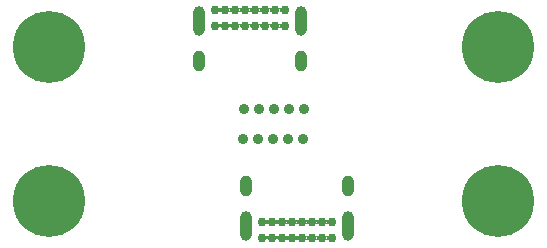
<source format=gts>
G04 #@! TF.GenerationSoftware,KiCad,Pcbnew,(5.1.10)-1*
G04 #@! TF.CreationDate,2021-08-18T17:13:35+08:00*
G04 #@! TF.ProjectId,dboard,64626f61-7264-42e6-9b69-6361645f7063,rev?*
G04 #@! TF.SameCoordinates,Original*
G04 #@! TF.FileFunction,Soldermask,Top*
G04 #@! TF.FilePolarity,Negative*
%FSLAX46Y46*%
G04 Gerber Fmt 4.6, Leading zero omitted, Abs format (unit mm)*
G04 Created by KiCad (PCBNEW (5.1.10)-1) date 2021-08-18 17:13:35*
%MOMM*%
%LPD*%
G01*
G04 APERTURE LIST*
%ADD10C,0.889400*%
%ADD11O,1.002000X1.802000*%
%ADD12O,1.002000X2.502000*%
%ADD13C,0.752000*%
%ADD14C,0.902000*%
%ADD15C,6.102000*%
%ADD16C,0.100000*%
G04 APERTURE END LIST*
D10*
X-4508750Y2254000D03*
X-3238750Y2254000D03*
X571250Y2254000D03*
X-698750Y2254000D03*
X-1968750Y2254000D03*
D11*
X-8293750Y6280000D03*
X356250Y6280000D03*
D12*
X-8293750Y9660000D03*
X356250Y9660000D03*
D13*
X-6948750Y9315000D03*
X-6098750Y9315000D03*
X-5248750Y9315000D03*
X-4398750Y9315000D03*
X-3548750Y9315000D03*
X-2698750Y9315000D03*
X-1848750Y9315000D03*
X-993750Y9315000D03*
X-6943750Y10640000D03*
X-6093750Y10640000D03*
X-5243750Y10640000D03*
X-4393750Y10640000D03*
X-3543750Y10640000D03*
X-1843750Y10640000D03*
X-993750Y10640000D03*
X-2693750Y10640000D03*
D14*
X15404904Y5873654D03*
X17031250Y5200000D03*
X18657596Y5873654D03*
X19331250Y7500000D03*
X18657596Y9126346D03*
X17031250Y9800000D03*
X15404904Y9126346D03*
X14731250Y7500000D03*
D15*
X17031250Y7500000D03*
D14*
X-22595096Y5873654D03*
X-20968750Y5200000D03*
X-19342404Y5873654D03*
X-18668750Y7500000D03*
X-19342404Y9126346D03*
X-20968750Y9800000D03*
X-22595096Y9126346D03*
X-23268750Y7500000D03*
D15*
X-20968750Y7500000D03*
D10*
X-2000000Y-254000D03*
X-3270000Y-254000D03*
X-4540000Y-254000D03*
X-730000Y-254000D03*
X540000Y-254000D03*
D13*
X-1275000Y-8640000D03*
X-2975000Y-8640000D03*
X-2125000Y-8640000D03*
X-425000Y-8640000D03*
X425000Y-8640000D03*
X1275000Y-8640000D03*
X2125000Y-8640000D03*
X2975000Y-8640000D03*
X-2975000Y-7315000D03*
X-2120000Y-7315000D03*
X-1270000Y-7315000D03*
X-420000Y-7315000D03*
X430000Y-7315000D03*
X1280000Y-7315000D03*
X2130000Y-7315000D03*
X2980000Y-7315000D03*
D12*
X-4325000Y-7660000D03*
X4325000Y-7660000D03*
D11*
X-4325000Y-4280000D03*
X4325000Y-4280000D03*
D15*
X17000000Y-5500000D03*
D14*
X19300000Y-5500000D03*
X18626346Y-7126346D03*
X17000000Y-7800000D03*
X15373654Y-7126346D03*
X14700000Y-5500000D03*
X15373654Y-3873654D03*
X17000000Y-3200000D03*
X18626346Y-3873654D03*
D15*
X-21000000Y-5500000D03*
D14*
X-18700000Y-5500000D03*
X-19373654Y-7126346D03*
X-21000000Y-7800000D03*
X-22626346Y-7126346D03*
X-23300000Y-5500000D03*
X-22626346Y-3873654D03*
X-21000000Y-3200000D03*
X-19373654Y-3873654D03*
D16*
G36*
X751510Y-8451551D02*
G01*
X763034Y-8465593D01*
X781671Y-8480888D01*
X802934Y-8492253D01*
X826009Y-8499253D01*
X850000Y-8501616D01*
X873992Y-8499253D01*
X897066Y-8492253D01*
X918330Y-8480888D01*
X936967Y-8465592D01*
X948490Y-8451551D01*
X950362Y-8450847D01*
X951908Y-8452116D01*
X951699Y-8453931D01*
X945171Y-8463702D01*
X917114Y-8531435D01*
X902811Y-8603345D01*
X902811Y-8676655D01*
X917114Y-8748565D01*
X945171Y-8816298D01*
X951699Y-8826069D01*
X951830Y-8828065D01*
X950167Y-8829176D01*
X948490Y-8828449D01*
X936966Y-8814407D01*
X918329Y-8799112D01*
X897066Y-8787747D01*
X873991Y-8780747D01*
X850000Y-8778384D01*
X826008Y-8780747D01*
X802934Y-8787747D01*
X781670Y-8799112D01*
X763033Y-8814408D01*
X751510Y-8828449D01*
X749638Y-8829153D01*
X748092Y-8827884D01*
X748301Y-8826069D01*
X754829Y-8816298D01*
X782886Y-8748565D01*
X797189Y-8676655D01*
X797189Y-8603345D01*
X782886Y-8531435D01*
X754829Y-8463702D01*
X748301Y-8453931D01*
X748170Y-8451935D01*
X749833Y-8450824D01*
X751510Y-8451551D01*
G37*
G36*
X-98490Y-8451551D02*
G01*
X-86966Y-8465593D01*
X-68329Y-8480888D01*
X-47066Y-8492253D01*
X-23991Y-8499253D01*
X0Y-8501616D01*
X23992Y-8499253D01*
X47066Y-8492253D01*
X68330Y-8480888D01*
X86967Y-8465592D01*
X98490Y-8451551D01*
X100362Y-8450847D01*
X101908Y-8452116D01*
X101699Y-8453931D01*
X95171Y-8463702D01*
X67114Y-8531435D01*
X52811Y-8603345D01*
X52811Y-8676655D01*
X67114Y-8748565D01*
X95171Y-8816298D01*
X101699Y-8826069D01*
X101830Y-8828065D01*
X100167Y-8829176D01*
X98490Y-8828449D01*
X86966Y-8814407D01*
X68329Y-8799112D01*
X47066Y-8787747D01*
X23991Y-8780747D01*
X0Y-8778384D01*
X-23992Y-8780747D01*
X-47066Y-8787747D01*
X-68330Y-8799112D01*
X-86967Y-8814408D01*
X-98490Y-8828449D01*
X-100362Y-8829153D01*
X-101908Y-8827884D01*
X-101699Y-8826069D01*
X-95171Y-8816298D01*
X-67114Y-8748565D01*
X-52811Y-8676655D01*
X-52811Y-8603345D01*
X-67114Y-8531435D01*
X-95171Y-8463702D01*
X-101699Y-8453931D01*
X-101830Y-8451935D01*
X-100167Y-8450824D01*
X-98490Y-8451551D01*
G37*
G36*
X-1798490Y-8451551D02*
G01*
X-1786966Y-8465593D01*
X-1768329Y-8480888D01*
X-1747066Y-8492253D01*
X-1723991Y-8499253D01*
X-1700000Y-8501616D01*
X-1676008Y-8499253D01*
X-1652934Y-8492253D01*
X-1631670Y-8480888D01*
X-1613033Y-8465592D01*
X-1601510Y-8451551D01*
X-1599638Y-8450847D01*
X-1598092Y-8452116D01*
X-1598301Y-8453931D01*
X-1604829Y-8463702D01*
X-1632886Y-8531435D01*
X-1647189Y-8603345D01*
X-1647189Y-8676655D01*
X-1632886Y-8748565D01*
X-1604829Y-8816298D01*
X-1598301Y-8826069D01*
X-1598170Y-8828065D01*
X-1599833Y-8829176D01*
X-1601510Y-8828449D01*
X-1613034Y-8814407D01*
X-1631671Y-8799112D01*
X-1652934Y-8787747D01*
X-1676009Y-8780747D01*
X-1700000Y-8778384D01*
X-1723992Y-8780747D01*
X-1747066Y-8787747D01*
X-1768330Y-8799112D01*
X-1786967Y-8814408D01*
X-1798490Y-8828449D01*
X-1800362Y-8829153D01*
X-1801908Y-8827884D01*
X-1801699Y-8826069D01*
X-1795171Y-8816298D01*
X-1767114Y-8748565D01*
X-1752811Y-8676655D01*
X-1752811Y-8603345D01*
X-1767114Y-8531435D01*
X-1795171Y-8463702D01*
X-1801699Y-8453931D01*
X-1801830Y-8451935D01*
X-1800167Y-8450824D01*
X-1798490Y-8451551D01*
G37*
G36*
X1601510Y-8451551D02*
G01*
X1613034Y-8465593D01*
X1631671Y-8480888D01*
X1652934Y-8492253D01*
X1676009Y-8499253D01*
X1700000Y-8501616D01*
X1723992Y-8499253D01*
X1747066Y-8492253D01*
X1768330Y-8480888D01*
X1786967Y-8465592D01*
X1798490Y-8451551D01*
X1800362Y-8450847D01*
X1801908Y-8452116D01*
X1801699Y-8453931D01*
X1795171Y-8463702D01*
X1767114Y-8531435D01*
X1752811Y-8603345D01*
X1752811Y-8676655D01*
X1767114Y-8748565D01*
X1795171Y-8816298D01*
X1801699Y-8826069D01*
X1801830Y-8828065D01*
X1800167Y-8829176D01*
X1798490Y-8828449D01*
X1786966Y-8814407D01*
X1768329Y-8799112D01*
X1747066Y-8787747D01*
X1723991Y-8780747D01*
X1700000Y-8778384D01*
X1676008Y-8780747D01*
X1652934Y-8787747D01*
X1631670Y-8799112D01*
X1613033Y-8814408D01*
X1601510Y-8828449D01*
X1599638Y-8829153D01*
X1598092Y-8827884D01*
X1598301Y-8826069D01*
X1604829Y-8816298D01*
X1632886Y-8748565D01*
X1647189Y-8676655D01*
X1647189Y-8603345D01*
X1632886Y-8531435D01*
X1604829Y-8463702D01*
X1598301Y-8453931D01*
X1598170Y-8451935D01*
X1599833Y-8450824D01*
X1601510Y-8451551D01*
G37*
G36*
X-948490Y-8451551D02*
G01*
X-936966Y-8465593D01*
X-918329Y-8480888D01*
X-897066Y-8492253D01*
X-873991Y-8499253D01*
X-850000Y-8501616D01*
X-826008Y-8499253D01*
X-802934Y-8492253D01*
X-781670Y-8480888D01*
X-763033Y-8465592D01*
X-751510Y-8451551D01*
X-749638Y-8450847D01*
X-748092Y-8452116D01*
X-748301Y-8453931D01*
X-754829Y-8463702D01*
X-782886Y-8531435D01*
X-797189Y-8603345D01*
X-797189Y-8676655D01*
X-782886Y-8748565D01*
X-754829Y-8816298D01*
X-748301Y-8826069D01*
X-748170Y-8828065D01*
X-749833Y-8829176D01*
X-751510Y-8828449D01*
X-763034Y-8814407D01*
X-781671Y-8799112D01*
X-802934Y-8787747D01*
X-826009Y-8780747D01*
X-850000Y-8778384D01*
X-873992Y-8780747D01*
X-897066Y-8787747D01*
X-918330Y-8799112D01*
X-936967Y-8814408D01*
X-948490Y-8828449D01*
X-950362Y-8829153D01*
X-951908Y-8827884D01*
X-951699Y-8826069D01*
X-945171Y-8816298D01*
X-917114Y-8748565D01*
X-902811Y-8676655D01*
X-902811Y-8603345D01*
X-917114Y-8531435D01*
X-945171Y-8463702D01*
X-951699Y-8453931D01*
X-951830Y-8451935D01*
X-950167Y-8450824D01*
X-948490Y-8451551D01*
G37*
G36*
X-2648490Y-8451551D02*
G01*
X-2636966Y-8465593D01*
X-2618329Y-8480888D01*
X-2597066Y-8492253D01*
X-2573991Y-8499253D01*
X-2550000Y-8501616D01*
X-2526008Y-8499253D01*
X-2502934Y-8492253D01*
X-2481670Y-8480888D01*
X-2463033Y-8465592D01*
X-2451510Y-8451551D01*
X-2449638Y-8450847D01*
X-2448092Y-8452116D01*
X-2448301Y-8453931D01*
X-2454829Y-8463702D01*
X-2482886Y-8531435D01*
X-2497189Y-8603345D01*
X-2497189Y-8676655D01*
X-2482886Y-8748565D01*
X-2454829Y-8816298D01*
X-2448301Y-8826069D01*
X-2448170Y-8828065D01*
X-2449833Y-8829176D01*
X-2451510Y-8828449D01*
X-2463034Y-8814407D01*
X-2481671Y-8799112D01*
X-2502934Y-8787747D01*
X-2526009Y-8780747D01*
X-2550000Y-8778384D01*
X-2573992Y-8780747D01*
X-2597066Y-8787747D01*
X-2618330Y-8799112D01*
X-2636967Y-8814408D01*
X-2648490Y-8828449D01*
X-2650362Y-8829153D01*
X-2651908Y-8827884D01*
X-2651699Y-8826069D01*
X-2645171Y-8816298D01*
X-2617114Y-8748565D01*
X-2602811Y-8676655D01*
X-2602811Y-8603345D01*
X-2617114Y-8531435D01*
X-2645171Y-8463702D01*
X-2651699Y-8453931D01*
X-2651830Y-8451935D01*
X-2650167Y-8450824D01*
X-2648490Y-8451551D01*
G37*
G36*
X2451510Y-8451551D02*
G01*
X2463034Y-8465593D01*
X2481671Y-8480888D01*
X2502934Y-8492253D01*
X2526009Y-8499253D01*
X2550000Y-8501616D01*
X2573992Y-8499253D01*
X2597066Y-8492253D01*
X2618330Y-8480888D01*
X2636967Y-8465592D01*
X2648490Y-8451551D01*
X2650362Y-8450847D01*
X2651908Y-8452116D01*
X2651699Y-8453931D01*
X2645171Y-8463702D01*
X2617114Y-8531435D01*
X2602811Y-8603345D01*
X2602811Y-8676655D01*
X2617114Y-8748565D01*
X2645171Y-8816298D01*
X2651699Y-8826069D01*
X2651830Y-8828065D01*
X2650167Y-8829176D01*
X2648490Y-8828449D01*
X2636966Y-8814407D01*
X2618329Y-8799112D01*
X2597066Y-8787747D01*
X2573991Y-8780747D01*
X2550000Y-8778384D01*
X2526008Y-8780747D01*
X2502934Y-8787747D01*
X2481670Y-8799112D01*
X2463033Y-8814408D01*
X2451510Y-8828449D01*
X2449638Y-8829153D01*
X2448092Y-8827884D01*
X2448301Y-8826069D01*
X2454829Y-8816298D01*
X2482886Y-8748565D01*
X2497189Y-8676655D01*
X2497189Y-8603345D01*
X2482886Y-8531435D01*
X2454829Y-8463702D01*
X2448301Y-8453931D01*
X2448170Y-8451935D01*
X2449833Y-8450824D01*
X2451510Y-8451551D01*
G37*
G36*
X1606510Y-7126551D02*
G01*
X1618034Y-7140593D01*
X1636671Y-7155888D01*
X1657934Y-7167253D01*
X1681009Y-7174253D01*
X1705000Y-7176616D01*
X1728992Y-7174253D01*
X1752066Y-7167253D01*
X1773330Y-7155888D01*
X1791967Y-7140592D01*
X1803490Y-7126551D01*
X1805362Y-7125847D01*
X1806908Y-7127116D01*
X1806699Y-7128931D01*
X1800171Y-7138702D01*
X1772114Y-7206435D01*
X1757811Y-7278345D01*
X1757811Y-7351655D01*
X1772114Y-7423565D01*
X1800171Y-7491298D01*
X1806699Y-7501069D01*
X1806830Y-7503065D01*
X1805167Y-7504176D01*
X1803490Y-7503449D01*
X1791966Y-7489407D01*
X1773329Y-7474112D01*
X1752066Y-7462747D01*
X1728991Y-7455747D01*
X1705000Y-7453384D01*
X1681008Y-7455747D01*
X1657934Y-7462747D01*
X1636670Y-7474112D01*
X1618033Y-7489408D01*
X1606510Y-7503449D01*
X1604638Y-7504153D01*
X1603092Y-7502884D01*
X1603301Y-7501069D01*
X1609829Y-7491298D01*
X1637886Y-7423565D01*
X1652189Y-7351655D01*
X1652189Y-7278345D01*
X1637886Y-7206435D01*
X1609829Y-7138702D01*
X1603301Y-7128931D01*
X1603170Y-7126935D01*
X1604833Y-7125824D01*
X1606510Y-7126551D01*
G37*
G36*
X-93490Y-7126551D02*
G01*
X-81966Y-7140593D01*
X-63329Y-7155888D01*
X-42066Y-7167253D01*
X-18991Y-7174253D01*
X5000Y-7176616D01*
X28992Y-7174253D01*
X52066Y-7167253D01*
X73330Y-7155888D01*
X91967Y-7140592D01*
X103490Y-7126551D01*
X105362Y-7125847D01*
X106908Y-7127116D01*
X106699Y-7128931D01*
X100171Y-7138702D01*
X72114Y-7206435D01*
X57811Y-7278345D01*
X57811Y-7351655D01*
X72114Y-7423565D01*
X100171Y-7491298D01*
X106699Y-7501069D01*
X106830Y-7503065D01*
X105167Y-7504176D01*
X103490Y-7503449D01*
X91966Y-7489407D01*
X73329Y-7474112D01*
X52066Y-7462747D01*
X28991Y-7455747D01*
X5000Y-7453384D01*
X-18992Y-7455747D01*
X-42066Y-7462747D01*
X-63330Y-7474112D01*
X-81967Y-7489408D01*
X-93490Y-7503449D01*
X-95362Y-7504153D01*
X-96908Y-7502884D01*
X-96699Y-7501069D01*
X-90171Y-7491298D01*
X-62114Y-7423565D01*
X-47811Y-7351655D01*
X-47811Y-7278345D01*
X-62114Y-7206435D01*
X-90171Y-7138702D01*
X-96699Y-7128931D01*
X-96830Y-7126935D01*
X-95167Y-7125824D01*
X-93490Y-7126551D01*
G37*
G36*
X756510Y-7126551D02*
G01*
X768034Y-7140593D01*
X786671Y-7155888D01*
X807934Y-7167253D01*
X831009Y-7174253D01*
X855000Y-7176616D01*
X878992Y-7174253D01*
X902066Y-7167253D01*
X923330Y-7155888D01*
X941967Y-7140592D01*
X953490Y-7126551D01*
X955362Y-7125847D01*
X956908Y-7127116D01*
X956699Y-7128931D01*
X950171Y-7138702D01*
X922114Y-7206435D01*
X907811Y-7278345D01*
X907811Y-7351655D01*
X922114Y-7423565D01*
X950171Y-7491298D01*
X956699Y-7501069D01*
X956830Y-7503065D01*
X955167Y-7504176D01*
X953490Y-7503449D01*
X941966Y-7489407D01*
X923329Y-7474112D01*
X902066Y-7462747D01*
X878991Y-7455747D01*
X855000Y-7453384D01*
X831008Y-7455747D01*
X807934Y-7462747D01*
X786670Y-7474112D01*
X768033Y-7489408D01*
X756510Y-7503449D01*
X754638Y-7504153D01*
X753092Y-7502884D01*
X753301Y-7501069D01*
X759829Y-7491298D01*
X787886Y-7423565D01*
X802189Y-7351655D01*
X802189Y-7278345D01*
X787886Y-7206435D01*
X759829Y-7138702D01*
X753301Y-7128931D01*
X753170Y-7126935D01*
X754833Y-7125824D01*
X756510Y-7126551D01*
G37*
G36*
X-1793490Y-7126551D02*
G01*
X-1781966Y-7140593D01*
X-1763329Y-7155888D01*
X-1742066Y-7167253D01*
X-1718991Y-7174253D01*
X-1695000Y-7176616D01*
X-1671008Y-7174253D01*
X-1647934Y-7167253D01*
X-1626670Y-7155888D01*
X-1608033Y-7140592D01*
X-1596510Y-7126551D01*
X-1594638Y-7125847D01*
X-1593092Y-7127116D01*
X-1593301Y-7128931D01*
X-1599829Y-7138702D01*
X-1627886Y-7206435D01*
X-1642189Y-7278345D01*
X-1642189Y-7351655D01*
X-1627886Y-7423565D01*
X-1599829Y-7491298D01*
X-1593301Y-7501069D01*
X-1593170Y-7503065D01*
X-1594833Y-7504176D01*
X-1596510Y-7503449D01*
X-1608034Y-7489407D01*
X-1626671Y-7474112D01*
X-1647934Y-7462747D01*
X-1671009Y-7455747D01*
X-1695000Y-7453384D01*
X-1718992Y-7455747D01*
X-1742066Y-7462747D01*
X-1763330Y-7474112D01*
X-1781967Y-7489408D01*
X-1793490Y-7503449D01*
X-1795362Y-7504153D01*
X-1796908Y-7502884D01*
X-1796699Y-7501069D01*
X-1790171Y-7491298D01*
X-1762114Y-7423565D01*
X-1747811Y-7351655D01*
X-1747811Y-7278345D01*
X-1762114Y-7206435D01*
X-1790171Y-7138702D01*
X-1796699Y-7128931D01*
X-1796830Y-7126935D01*
X-1795167Y-7125824D01*
X-1793490Y-7126551D01*
G37*
G36*
X-943490Y-7126551D02*
G01*
X-931966Y-7140593D01*
X-913329Y-7155888D01*
X-892066Y-7167253D01*
X-868991Y-7174253D01*
X-845000Y-7176616D01*
X-821008Y-7174253D01*
X-797934Y-7167253D01*
X-776670Y-7155888D01*
X-758033Y-7140592D01*
X-746510Y-7126551D01*
X-744638Y-7125847D01*
X-743092Y-7127116D01*
X-743301Y-7128931D01*
X-749829Y-7138702D01*
X-777886Y-7206435D01*
X-792189Y-7278345D01*
X-792189Y-7351655D01*
X-777886Y-7423565D01*
X-749829Y-7491298D01*
X-743301Y-7501069D01*
X-743170Y-7503065D01*
X-744833Y-7504176D01*
X-746510Y-7503449D01*
X-758034Y-7489407D01*
X-776671Y-7474112D01*
X-797934Y-7462747D01*
X-821009Y-7455747D01*
X-845000Y-7453384D01*
X-868992Y-7455747D01*
X-892066Y-7462747D01*
X-913330Y-7474112D01*
X-931967Y-7489408D01*
X-943490Y-7503449D01*
X-945362Y-7504153D01*
X-946908Y-7502884D01*
X-946699Y-7501069D01*
X-940171Y-7491298D01*
X-912114Y-7423565D01*
X-897811Y-7351655D01*
X-897811Y-7278345D01*
X-912114Y-7206435D01*
X-940171Y-7138702D01*
X-946699Y-7128931D01*
X-946830Y-7126935D01*
X-945167Y-7125824D01*
X-943490Y-7126551D01*
G37*
G36*
X2456510Y-7126551D02*
G01*
X2468034Y-7140593D01*
X2486671Y-7155888D01*
X2507934Y-7167253D01*
X2531009Y-7174253D01*
X2555000Y-7176616D01*
X2578992Y-7174253D01*
X2602066Y-7167253D01*
X2623330Y-7155888D01*
X2641967Y-7140592D01*
X2653490Y-7126551D01*
X2655362Y-7125847D01*
X2656908Y-7127116D01*
X2656699Y-7128931D01*
X2650171Y-7138702D01*
X2622114Y-7206435D01*
X2607811Y-7278345D01*
X2607811Y-7351655D01*
X2622114Y-7423565D01*
X2650171Y-7491298D01*
X2656699Y-7501069D01*
X2656830Y-7503065D01*
X2655167Y-7504176D01*
X2653490Y-7503449D01*
X2641966Y-7489407D01*
X2623329Y-7474112D01*
X2602066Y-7462747D01*
X2578991Y-7455747D01*
X2555000Y-7453384D01*
X2531008Y-7455747D01*
X2507934Y-7462747D01*
X2486670Y-7474112D01*
X2468033Y-7489408D01*
X2456510Y-7503449D01*
X2454638Y-7504153D01*
X2453092Y-7502884D01*
X2453301Y-7501069D01*
X2459829Y-7491298D01*
X2487886Y-7423565D01*
X2502189Y-7351655D01*
X2502189Y-7278345D01*
X2487886Y-7206435D01*
X2459829Y-7138702D01*
X2453301Y-7128931D01*
X2453170Y-7126935D01*
X2454833Y-7125824D01*
X2456510Y-7126551D01*
G37*
G36*
X-2645993Y-7130289D02*
G01*
X-2634466Y-7144334D01*
X-2615829Y-7159629D01*
X-2594565Y-7170994D01*
X-2571490Y-7177994D01*
X-2547499Y-7180357D01*
X-2523508Y-7177994D01*
X-2500433Y-7170994D01*
X-2479169Y-7159628D01*
X-2460533Y-7144333D01*
X-2449007Y-7130289D01*
X-2447135Y-7129585D01*
X-2445589Y-7130854D01*
X-2445798Y-7132669D01*
X-2449829Y-7138702D01*
X-2477886Y-7206435D01*
X-2492189Y-7278345D01*
X-2492189Y-7351655D01*
X-2477886Y-7423565D01*
X-2449829Y-7491298D01*
X-2445798Y-7497331D01*
X-2445667Y-7499327D01*
X-2447330Y-7500438D01*
X-2449007Y-7499711D01*
X-2460534Y-7485666D01*
X-2479171Y-7470371D01*
X-2500435Y-7459006D01*
X-2523510Y-7452006D01*
X-2547501Y-7449643D01*
X-2571492Y-7452006D01*
X-2594567Y-7459006D01*
X-2615831Y-7470372D01*
X-2634467Y-7485667D01*
X-2645993Y-7499711D01*
X-2647865Y-7500415D01*
X-2649411Y-7499146D01*
X-2649202Y-7497331D01*
X-2645171Y-7491298D01*
X-2617114Y-7423565D01*
X-2602811Y-7351655D01*
X-2602811Y-7278345D01*
X-2617114Y-7206435D01*
X-2645171Y-7138702D01*
X-2649202Y-7132669D01*
X-2649333Y-7130673D01*
X-2647670Y-7129562D01*
X-2645993Y-7130289D01*
G37*
G36*
X-4922240Y9503449D02*
G01*
X-4910716Y9489407D01*
X-4892079Y9474112D01*
X-4870816Y9462747D01*
X-4847741Y9455747D01*
X-4823750Y9453384D01*
X-4799758Y9455747D01*
X-4776684Y9462747D01*
X-4755420Y9474112D01*
X-4736783Y9489408D01*
X-4725260Y9503449D01*
X-4723388Y9504153D01*
X-4721842Y9502884D01*
X-4722051Y9501069D01*
X-4728579Y9491298D01*
X-4756636Y9423565D01*
X-4770939Y9351655D01*
X-4770939Y9278345D01*
X-4756636Y9206435D01*
X-4728579Y9138702D01*
X-4722051Y9128931D01*
X-4721920Y9126935D01*
X-4723583Y9125824D01*
X-4725260Y9126551D01*
X-4736784Y9140593D01*
X-4755421Y9155888D01*
X-4776684Y9167253D01*
X-4799759Y9174253D01*
X-4823750Y9176616D01*
X-4847742Y9174253D01*
X-4870816Y9167253D01*
X-4892080Y9155888D01*
X-4910717Y9140592D01*
X-4922240Y9126551D01*
X-4924112Y9125847D01*
X-4925658Y9127116D01*
X-4925449Y9128931D01*
X-4918921Y9138702D01*
X-4890864Y9206435D01*
X-4876561Y9278345D01*
X-4876561Y9351655D01*
X-4890864Y9423565D01*
X-4918921Y9491298D01*
X-4925449Y9501069D01*
X-4925580Y9503065D01*
X-4923917Y9504176D01*
X-4922240Y9503449D01*
G37*
G36*
X-6622240Y9503449D02*
G01*
X-6610716Y9489407D01*
X-6592079Y9474112D01*
X-6570816Y9462747D01*
X-6547741Y9455747D01*
X-6523750Y9453384D01*
X-6499758Y9455747D01*
X-6476684Y9462747D01*
X-6455420Y9474112D01*
X-6436783Y9489408D01*
X-6425260Y9503449D01*
X-6423388Y9504153D01*
X-6421842Y9502884D01*
X-6422051Y9501069D01*
X-6428579Y9491298D01*
X-6456636Y9423565D01*
X-6470939Y9351655D01*
X-6470939Y9278345D01*
X-6456636Y9206435D01*
X-6428579Y9138702D01*
X-6422051Y9128931D01*
X-6421920Y9126935D01*
X-6423583Y9125824D01*
X-6425260Y9126551D01*
X-6436784Y9140593D01*
X-6455421Y9155888D01*
X-6476684Y9167253D01*
X-6499759Y9174253D01*
X-6523750Y9176616D01*
X-6547742Y9174253D01*
X-6570816Y9167253D01*
X-6592080Y9155888D01*
X-6610717Y9140592D01*
X-6622240Y9126551D01*
X-6624112Y9125847D01*
X-6625658Y9127116D01*
X-6625449Y9128931D01*
X-6618921Y9138702D01*
X-6590864Y9206435D01*
X-6576561Y9278345D01*
X-6576561Y9351655D01*
X-6590864Y9423565D01*
X-6618921Y9491298D01*
X-6625449Y9501069D01*
X-6625580Y9503065D01*
X-6623917Y9504176D01*
X-6622240Y9503449D01*
G37*
G36*
X-4072240Y9503449D02*
G01*
X-4060716Y9489407D01*
X-4042079Y9474112D01*
X-4020816Y9462747D01*
X-3997741Y9455747D01*
X-3973750Y9453384D01*
X-3949758Y9455747D01*
X-3926684Y9462747D01*
X-3905420Y9474112D01*
X-3886783Y9489408D01*
X-3875260Y9503449D01*
X-3873388Y9504153D01*
X-3871842Y9502884D01*
X-3872051Y9501069D01*
X-3878579Y9491298D01*
X-3906636Y9423565D01*
X-3920939Y9351655D01*
X-3920939Y9278345D01*
X-3906636Y9206435D01*
X-3878579Y9138702D01*
X-3872051Y9128931D01*
X-3871920Y9126935D01*
X-3873583Y9125824D01*
X-3875260Y9126551D01*
X-3886784Y9140593D01*
X-3905421Y9155888D01*
X-3926684Y9167253D01*
X-3949759Y9174253D01*
X-3973750Y9176616D01*
X-3997742Y9174253D01*
X-4020816Y9167253D01*
X-4042080Y9155888D01*
X-4060717Y9140592D01*
X-4072240Y9126551D01*
X-4074112Y9125847D01*
X-4075658Y9127116D01*
X-4075449Y9128931D01*
X-4068921Y9138702D01*
X-4040864Y9206435D01*
X-4026561Y9278345D01*
X-4026561Y9351655D01*
X-4040864Y9423565D01*
X-4068921Y9491298D01*
X-4075449Y9501069D01*
X-4075580Y9503065D01*
X-4073917Y9504176D01*
X-4072240Y9503449D01*
G37*
G36*
X-5772240Y9503449D02*
G01*
X-5760716Y9489407D01*
X-5742079Y9474112D01*
X-5720816Y9462747D01*
X-5697741Y9455747D01*
X-5673750Y9453384D01*
X-5649758Y9455747D01*
X-5626684Y9462747D01*
X-5605420Y9474112D01*
X-5586783Y9489408D01*
X-5575260Y9503449D01*
X-5573388Y9504153D01*
X-5571842Y9502884D01*
X-5572051Y9501069D01*
X-5578579Y9491298D01*
X-5606636Y9423565D01*
X-5620939Y9351655D01*
X-5620939Y9278345D01*
X-5606636Y9206435D01*
X-5578579Y9138702D01*
X-5572051Y9128931D01*
X-5571920Y9126935D01*
X-5573583Y9125824D01*
X-5575260Y9126551D01*
X-5586784Y9140593D01*
X-5605421Y9155888D01*
X-5626684Y9167253D01*
X-5649759Y9174253D01*
X-5673750Y9176616D01*
X-5697742Y9174253D01*
X-5720816Y9167253D01*
X-5742080Y9155888D01*
X-5760717Y9140592D01*
X-5772240Y9126551D01*
X-5774112Y9125847D01*
X-5775658Y9127116D01*
X-5775449Y9128931D01*
X-5768921Y9138702D01*
X-5740864Y9206435D01*
X-5726561Y9278345D01*
X-5726561Y9351655D01*
X-5740864Y9423565D01*
X-5768921Y9491298D01*
X-5775449Y9501069D01*
X-5775580Y9503065D01*
X-5773917Y9504176D01*
X-5772240Y9503449D01*
G37*
G36*
X-2372240Y9503449D02*
G01*
X-2360716Y9489407D01*
X-2342079Y9474112D01*
X-2320816Y9462747D01*
X-2297741Y9455747D01*
X-2273750Y9453384D01*
X-2249758Y9455747D01*
X-2226684Y9462747D01*
X-2205420Y9474112D01*
X-2186783Y9489408D01*
X-2175260Y9503449D01*
X-2173388Y9504153D01*
X-2171842Y9502884D01*
X-2172051Y9501069D01*
X-2178579Y9491298D01*
X-2206636Y9423565D01*
X-2220939Y9351655D01*
X-2220939Y9278345D01*
X-2206636Y9206435D01*
X-2178579Y9138702D01*
X-2172051Y9128931D01*
X-2171920Y9126935D01*
X-2173583Y9125824D01*
X-2175260Y9126551D01*
X-2186784Y9140593D01*
X-2205421Y9155888D01*
X-2226684Y9167253D01*
X-2249759Y9174253D01*
X-2273750Y9176616D01*
X-2297742Y9174253D01*
X-2320816Y9167253D01*
X-2342080Y9155888D01*
X-2360717Y9140592D01*
X-2372240Y9126551D01*
X-2374112Y9125847D01*
X-2375658Y9127116D01*
X-2375449Y9128931D01*
X-2368921Y9138702D01*
X-2340864Y9206435D01*
X-2326561Y9278345D01*
X-2326561Y9351655D01*
X-2340864Y9423565D01*
X-2368921Y9491298D01*
X-2375449Y9501069D01*
X-2375580Y9503065D01*
X-2373917Y9504176D01*
X-2372240Y9503449D01*
G37*
G36*
X-3222240Y9503449D02*
G01*
X-3210716Y9489407D01*
X-3192079Y9474112D01*
X-3170816Y9462747D01*
X-3147741Y9455747D01*
X-3123750Y9453384D01*
X-3099758Y9455747D01*
X-3076684Y9462747D01*
X-3055420Y9474112D01*
X-3036783Y9489408D01*
X-3025260Y9503449D01*
X-3023388Y9504153D01*
X-3021842Y9502884D01*
X-3022051Y9501069D01*
X-3028579Y9491298D01*
X-3056636Y9423565D01*
X-3070939Y9351655D01*
X-3070939Y9278345D01*
X-3056636Y9206435D01*
X-3028579Y9138702D01*
X-3022051Y9128931D01*
X-3021920Y9126935D01*
X-3023583Y9125824D01*
X-3025260Y9126551D01*
X-3036784Y9140593D01*
X-3055421Y9155888D01*
X-3076684Y9167253D01*
X-3099759Y9174253D01*
X-3123750Y9176616D01*
X-3147742Y9174253D01*
X-3170816Y9167253D01*
X-3192080Y9155888D01*
X-3210717Y9140592D01*
X-3222240Y9126551D01*
X-3224112Y9125847D01*
X-3225658Y9127116D01*
X-3225449Y9128931D01*
X-3218921Y9138702D01*
X-3190864Y9206435D01*
X-3176561Y9278345D01*
X-3176561Y9351655D01*
X-3190864Y9423565D01*
X-3218921Y9491298D01*
X-3225449Y9501069D01*
X-3225580Y9503065D01*
X-3223917Y9504176D01*
X-3222240Y9503449D01*
G37*
G36*
X-1519743Y9499711D02*
G01*
X-1508216Y9485666D01*
X-1489579Y9470371D01*
X-1468315Y9459006D01*
X-1445240Y9452006D01*
X-1421249Y9449643D01*
X-1397258Y9452006D01*
X-1374183Y9459006D01*
X-1352919Y9470372D01*
X-1334283Y9485667D01*
X-1322757Y9499711D01*
X-1320885Y9500415D01*
X-1319339Y9499146D01*
X-1319548Y9497331D01*
X-1323579Y9491298D01*
X-1351636Y9423565D01*
X-1365939Y9351655D01*
X-1365939Y9278345D01*
X-1351636Y9206435D01*
X-1323579Y9138702D01*
X-1319548Y9132669D01*
X-1319417Y9130673D01*
X-1321080Y9129562D01*
X-1322757Y9130289D01*
X-1334284Y9144334D01*
X-1352921Y9159629D01*
X-1374185Y9170994D01*
X-1397260Y9177994D01*
X-1421251Y9180357D01*
X-1445242Y9177994D01*
X-1468317Y9170994D01*
X-1489581Y9159628D01*
X-1508217Y9144333D01*
X-1519743Y9130289D01*
X-1521615Y9129585D01*
X-1523161Y9130854D01*
X-1522952Y9132669D01*
X-1518921Y9138702D01*
X-1490864Y9206435D01*
X-1476561Y9278345D01*
X-1476561Y9351655D01*
X-1490864Y9423565D01*
X-1518921Y9491298D01*
X-1522952Y9497331D01*
X-1523083Y9499327D01*
X-1521420Y9500438D01*
X-1519743Y9499711D01*
G37*
G36*
X-1517240Y10828449D02*
G01*
X-1505716Y10814407D01*
X-1487079Y10799112D01*
X-1465816Y10787747D01*
X-1442741Y10780747D01*
X-1418750Y10778384D01*
X-1394758Y10780747D01*
X-1371684Y10787747D01*
X-1350420Y10799112D01*
X-1331783Y10814408D01*
X-1320260Y10828449D01*
X-1318388Y10829153D01*
X-1316842Y10827884D01*
X-1317051Y10826069D01*
X-1323579Y10816298D01*
X-1351636Y10748565D01*
X-1365939Y10676655D01*
X-1365939Y10603345D01*
X-1351636Y10531435D01*
X-1323579Y10463702D01*
X-1317051Y10453931D01*
X-1316920Y10451935D01*
X-1318583Y10450824D01*
X-1320260Y10451551D01*
X-1331784Y10465593D01*
X-1350421Y10480888D01*
X-1371684Y10492253D01*
X-1394759Y10499253D01*
X-1418750Y10501616D01*
X-1442742Y10499253D01*
X-1465816Y10492253D01*
X-1487080Y10480888D01*
X-1505717Y10465592D01*
X-1517240Y10451551D01*
X-1519112Y10450847D01*
X-1520658Y10452116D01*
X-1520449Y10453931D01*
X-1513921Y10463702D01*
X-1485864Y10531435D01*
X-1471561Y10603345D01*
X-1471561Y10676655D01*
X-1485864Y10748565D01*
X-1513921Y10816298D01*
X-1520449Y10826069D01*
X-1520580Y10828065D01*
X-1518917Y10829176D01*
X-1517240Y10828449D01*
G37*
G36*
X-2367240Y10828449D02*
G01*
X-2355716Y10814407D01*
X-2337079Y10799112D01*
X-2315816Y10787747D01*
X-2292741Y10780747D01*
X-2268750Y10778384D01*
X-2244758Y10780747D01*
X-2221684Y10787747D01*
X-2200420Y10799112D01*
X-2181783Y10814408D01*
X-2170260Y10828449D01*
X-2168388Y10829153D01*
X-2166842Y10827884D01*
X-2167051Y10826069D01*
X-2173579Y10816298D01*
X-2201636Y10748565D01*
X-2215939Y10676655D01*
X-2215939Y10603345D01*
X-2201636Y10531435D01*
X-2173579Y10463702D01*
X-2167051Y10453931D01*
X-2166920Y10451935D01*
X-2168583Y10450824D01*
X-2170260Y10451551D01*
X-2181784Y10465593D01*
X-2200421Y10480888D01*
X-2221684Y10492253D01*
X-2244759Y10499253D01*
X-2268750Y10501616D01*
X-2292742Y10499253D01*
X-2315816Y10492253D01*
X-2337080Y10480888D01*
X-2355717Y10465592D01*
X-2367240Y10451551D01*
X-2369112Y10450847D01*
X-2370658Y10452116D01*
X-2370449Y10453931D01*
X-2363921Y10463702D01*
X-2335864Y10531435D01*
X-2321561Y10603345D01*
X-2321561Y10676655D01*
X-2335864Y10748565D01*
X-2363921Y10816298D01*
X-2370449Y10826069D01*
X-2370580Y10828065D01*
X-2368917Y10829176D01*
X-2367240Y10828449D01*
G37*
G36*
X-4067240Y10828449D02*
G01*
X-4055716Y10814407D01*
X-4037079Y10799112D01*
X-4015816Y10787747D01*
X-3992741Y10780747D01*
X-3968750Y10778384D01*
X-3944758Y10780747D01*
X-3921684Y10787747D01*
X-3900420Y10799112D01*
X-3881783Y10814408D01*
X-3870260Y10828449D01*
X-3868388Y10829153D01*
X-3866842Y10827884D01*
X-3867051Y10826069D01*
X-3873579Y10816298D01*
X-3901636Y10748565D01*
X-3915939Y10676655D01*
X-3915939Y10603345D01*
X-3901636Y10531435D01*
X-3873579Y10463702D01*
X-3867051Y10453931D01*
X-3866920Y10451935D01*
X-3868583Y10450824D01*
X-3870260Y10451551D01*
X-3881784Y10465593D01*
X-3900421Y10480888D01*
X-3921684Y10492253D01*
X-3944759Y10499253D01*
X-3968750Y10501616D01*
X-3992742Y10499253D01*
X-4015816Y10492253D01*
X-4037080Y10480888D01*
X-4055717Y10465592D01*
X-4067240Y10451551D01*
X-4069112Y10450847D01*
X-4070658Y10452116D01*
X-4070449Y10453931D01*
X-4063921Y10463702D01*
X-4035864Y10531435D01*
X-4021561Y10603345D01*
X-4021561Y10676655D01*
X-4035864Y10748565D01*
X-4063921Y10816298D01*
X-4070449Y10826069D01*
X-4070580Y10828065D01*
X-4068917Y10829176D01*
X-4067240Y10828449D01*
G37*
G36*
X-3217240Y10828449D02*
G01*
X-3205716Y10814407D01*
X-3187079Y10799112D01*
X-3165816Y10787747D01*
X-3142741Y10780747D01*
X-3118750Y10778384D01*
X-3094758Y10780747D01*
X-3071684Y10787747D01*
X-3050420Y10799112D01*
X-3031783Y10814408D01*
X-3020260Y10828449D01*
X-3018388Y10829153D01*
X-3016842Y10827884D01*
X-3017051Y10826069D01*
X-3023579Y10816298D01*
X-3051636Y10748565D01*
X-3065939Y10676655D01*
X-3065939Y10603345D01*
X-3051636Y10531435D01*
X-3023579Y10463702D01*
X-3017051Y10453931D01*
X-3016920Y10451935D01*
X-3018583Y10450824D01*
X-3020260Y10451551D01*
X-3031784Y10465593D01*
X-3050421Y10480888D01*
X-3071684Y10492253D01*
X-3094759Y10499253D01*
X-3118750Y10501616D01*
X-3142742Y10499253D01*
X-3165816Y10492253D01*
X-3187080Y10480888D01*
X-3205717Y10465592D01*
X-3217240Y10451551D01*
X-3219112Y10450847D01*
X-3220658Y10452116D01*
X-3220449Y10453931D01*
X-3213921Y10463702D01*
X-3185864Y10531435D01*
X-3171561Y10603345D01*
X-3171561Y10676655D01*
X-3185864Y10748565D01*
X-3213921Y10816298D01*
X-3220449Y10826069D01*
X-3220580Y10828065D01*
X-3218917Y10829176D01*
X-3217240Y10828449D01*
G37*
G36*
X-6617240Y10828449D02*
G01*
X-6605716Y10814407D01*
X-6587079Y10799112D01*
X-6565816Y10787747D01*
X-6542741Y10780747D01*
X-6518750Y10778384D01*
X-6494758Y10780747D01*
X-6471684Y10787747D01*
X-6450420Y10799112D01*
X-6431783Y10814408D01*
X-6420260Y10828449D01*
X-6418388Y10829153D01*
X-6416842Y10827884D01*
X-6417051Y10826069D01*
X-6423579Y10816298D01*
X-6451636Y10748565D01*
X-6465939Y10676655D01*
X-6465939Y10603345D01*
X-6451636Y10531435D01*
X-6423579Y10463702D01*
X-6417051Y10453931D01*
X-6416920Y10451935D01*
X-6418583Y10450824D01*
X-6420260Y10451551D01*
X-6431784Y10465593D01*
X-6450421Y10480888D01*
X-6471684Y10492253D01*
X-6494759Y10499253D01*
X-6518750Y10501616D01*
X-6542742Y10499253D01*
X-6565816Y10492253D01*
X-6587080Y10480888D01*
X-6605717Y10465592D01*
X-6617240Y10451551D01*
X-6619112Y10450847D01*
X-6620658Y10452116D01*
X-6620449Y10453931D01*
X-6613921Y10463702D01*
X-6585864Y10531435D01*
X-6571561Y10603345D01*
X-6571561Y10676655D01*
X-6585864Y10748565D01*
X-6613921Y10816298D01*
X-6620449Y10826069D01*
X-6620580Y10828065D01*
X-6618917Y10829176D01*
X-6617240Y10828449D01*
G37*
G36*
X-4917240Y10828449D02*
G01*
X-4905716Y10814407D01*
X-4887079Y10799112D01*
X-4865816Y10787747D01*
X-4842741Y10780747D01*
X-4818750Y10778384D01*
X-4794758Y10780747D01*
X-4771684Y10787747D01*
X-4750420Y10799112D01*
X-4731783Y10814408D01*
X-4720260Y10828449D01*
X-4718388Y10829153D01*
X-4716842Y10827884D01*
X-4717051Y10826069D01*
X-4723579Y10816298D01*
X-4751636Y10748565D01*
X-4765939Y10676655D01*
X-4765939Y10603345D01*
X-4751636Y10531435D01*
X-4723579Y10463702D01*
X-4717051Y10453931D01*
X-4716920Y10451935D01*
X-4718583Y10450824D01*
X-4720260Y10451551D01*
X-4731784Y10465593D01*
X-4750421Y10480888D01*
X-4771684Y10492253D01*
X-4794759Y10499253D01*
X-4818750Y10501616D01*
X-4842742Y10499253D01*
X-4865816Y10492253D01*
X-4887080Y10480888D01*
X-4905717Y10465592D01*
X-4917240Y10451551D01*
X-4919112Y10450847D01*
X-4920658Y10452116D01*
X-4920449Y10453931D01*
X-4913921Y10463702D01*
X-4885864Y10531435D01*
X-4871561Y10603345D01*
X-4871561Y10676655D01*
X-4885864Y10748565D01*
X-4913921Y10816298D01*
X-4920449Y10826069D01*
X-4920580Y10828065D01*
X-4918917Y10829176D01*
X-4917240Y10828449D01*
G37*
G36*
X-5767240Y10828449D02*
G01*
X-5755716Y10814407D01*
X-5737079Y10799112D01*
X-5715816Y10787747D01*
X-5692741Y10780747D01*
X-5668750Y10778384D01*
X-5644758Y10780747D01*
X-5621684Y10787747D01*
X-5600420Y10799112D01*
X-5581783Y10814408D01*
X-5570260Y10828449D01*
X-5568388Y10829153D01*
X-5566842Y10827884D01*
X-5567051Y10826069D01*
X-5573579Y10816298D01*
X-5601636Y10748565D01*
X-5615939Y10676655D01*
X-5615939Y10603345D01*
X-5601636Y10531435D01*
X-5573579Y10463702D01*
X-5567051Y10453931D01*
X-5566920Y10451935D01*
X-5568583Y10450824D01*
X-5570260Y10451551D01*
X-5581784Y10465593D01*
X-5600421Y10480888D01*
X-5621684Y10492253D01*
X-5644759Y10499253D01*
X-5668750Y10501616D01*
X-5692742Y10499253D01*
X-5715816Y10492253D01*
X-5737080Y10480888D01*
X-5755717Y10465592D01*
X-5767240Y10451551D01*
X-5769112Y10450847D01*
X-5770658Y10452116D01*
X-5770449Y10453931D01*
X-5763921Y10463702D01*
X-5735864Y10531435D01*
X-5721561Y10603345D01*
X-5721561Y10676655D01*
X-5735864Y10748565D01*
X-5763921Y10816298D01*
X-5770449Y10826069D01*
X-5770580Y10828065D01*
X-5768917Y10829176D01*
X-5767240Y10828449D01*
G37*
M02*

</source>
